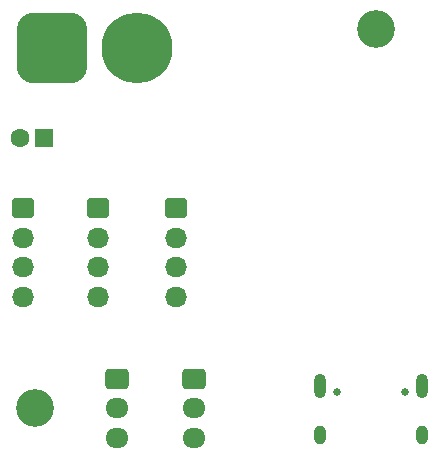
<source format=gbr>
%TF.GenerationSoftware,KiCad,Pcbnew,8.0.9-8.0.9-0~ubuntu22.04.1*%
%TF.CreationDate,2025-07-09T01:49:33+09:00*%
%TF.ProjectId,USB2DXL,55534232-4458-44c2-9e6b-696361645f70,rev?*%
%TF.SameCoordinates,Original*%
%TF.FileFunction,Soldermask,Bot*%
%TF.FilePolarity,Negative*%
%FSLAX46Y46*%
G04 Gerber Fmt 4.6, Leading zero omitted, Abs format (unit mm)*
G04 Created by KiCad (PCBNEW 8.0.9-8.0.9-0~ubuntu22.04.1) date 2025-07-09 01:49:33*
%MOMM*%
%LPD*%
G01*
G04 APERTURE LIST*
G04 Aperture macros list*
%AMRoundRect*
0 Rectangle with rounded corners*
0 $1 Rounding radius*
0 $2 $3 $4 $5 $6 $7 $8 $9 X,Y pos of 4 corners*
0 Add a 4 corners polygon primitive as box body*
4,1,4,$2,$3,$4,$5,$6,$7,$8,$9,$2,$3,0*
0 Add four circle primitives for the rounded corners*
1,1,$1+$1,$2,$3*
1,1,$1+$1,$4,$5*
1,1,$1+$1,$6,$7*
1,1,$1+$1,$8,$9*
0 Add four rect primitives between the rounded corners*
20,1,$1+$1,$2,$3,$4,$5,0*
20,1,$1+$1,$4,$5,$6,$7,0*
20,1,$1+$1,$6,$7,$8,$9,0*
20,1,$1+$1,$8,$9,$2,$3,0*%
G04 Aperture macros list end*
%ADD10C,3.200000*%
%ADD11RoundRect,0.250000X-0.725000X0.600000X-0.725000X-0.600000X0.725000X-0.600000X0.725000X0.600000X0*%
%ADD12O,1.950000X1.700000*%
%ADD13RoundRect,0.250000X-0.675000X0.600000X-0.675000X-0.600000X0.675000X-0.600000X0.675000X0.600000X0*%
%ADD14O,1.850000X1.700000*%
%ADD15C,0.650000*%
%ADD16O,1.000000X2.100000*%
%ADD17O,1.000000X1.600000*%
%ADD18RoundRect,1.500000X-1.500000X-1.500000X1.500000X-1.500000X1.500000X1.500000X-1.500000X1.500000X0*%
%ADD19C,6.000000*%
%ADD20R,1.600000X1.600000*%
%ADD21C,1.600000*%
G04 APERTURE END LIST*
D10*
%TO.C,REF\u002A\u002A*%
X54356000Y-88646000D03*
%TD*%
D11*
%TO.C,J3*%
X67818000Y-86186000D03*
D12*
X67818000Y-88686000D03*
X67818000Y-91186000D03*
%TD*%
D11*
%TO.C,J5*%
X61298000Y-86186000D03*
D12*
X61298000Y-88686000D03*
X61298000Y-91186000D03*
%TD*%
D13*
%TO.C,J6*%
X53375000Y-71748000D03*
D14*
X53375000Y-74248000D03*
X53375000Y-76748000D03*
X53375000Y-79248000D03*
%TD*%
D13*
%TO.C,J4*%
X59690000Y-71748000D03*
D14*
X59690000Y-74248000D03*
X59690000Y-76748000D03*
X59690000Y-79248000D03*
%TD*%
D15*
%TO.C,J2*%
X79914000Y-87316000D03*
X85694000Y-87316000D03*
D16*
X78484000Y-86786000D03*
D17*
X78484000Y-90966000D03*
D16*
X87124000Y-86786000D03*
D17*
X87124000Y-90966000D03*
%TD*%
D18*
%TO.C,J1*%
X55792000Y-58166000D03*
D19*
X62992000Y-58166000D03*
%TD*%
D13*
%TO.C,J7*%
X66294000Y-71748000D03*
D14*
X66294000Y-74248000D03*
X66294000Y-76748000D03*
X66294000Y-79248000D03*
%TD*%
D10*
%TO.C,REF\u002A\u002A*%
X83261200Y-56591200D03*
%TD*%
D20*
%TO.C,C10*%
X55086000Y-65786000D03*
D21*
X53086000Y-65786000D03*
%TD*%
M02*

</source>
